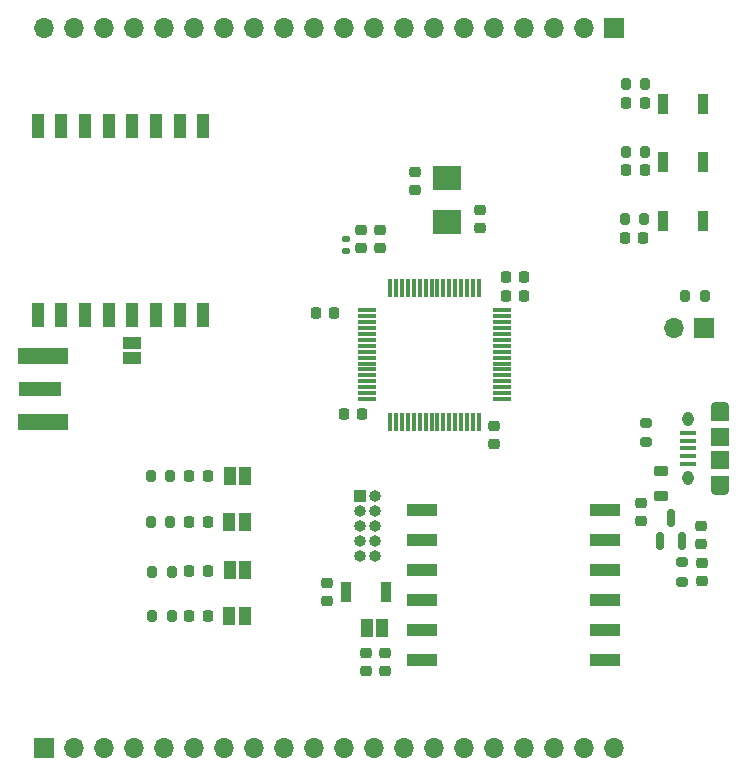
<source format=gbr>
%TF.GenerationSoftware,KiCad,Pcbnew,(6.0.6)*%
%TF.CreationDate,2022-07-05T16:05:39+02:00*%
%TF.ProjectId,kicad_rfm95_breakout_board_V4,6b696361-645f-4726-966d-39355f627265,rev?*%
%TF.SameCoordinates,Original*%
%TF.FileFunction,Soldermask,Top*%
%TF.FilePolarity,Negative*%
%FSLAX46Y46*%
G04 Gerber Fmt 4.6, Leading zero omitted, Abs format (unit mm)*
G04 Created by KiCad (PCBNEW (6.0.6)) date 2022-07-05 16:05:39*
%MOMM*%
%LPD*%
G01*
G04 APERTURE LIST*
G04 Aperture macros list*
%AMRoundRect*
0 Rectangle with rounded corners*
0 $1 Rounding radius*
0 $2 $3 $4 $5 $6 $7 $8 $9 X,Y pos of 4 corners*
0 Add a 4 corners polygon primitive as box body*
4,1,4,$2,$3,$4,$5,$6,$7,$8,$9,$2,$3,0*
0 Add four circle primitives for the rounded corners*
1,1,$1+$1,$2,$3*
1,1,$1+$1,$4,$5*
1,1,$1+$1,$6,$7*
1,1,$1+$1,$8,$9*
0 Add four rect primitives between the rounded corners*
20,1,$1+$1,$2,$3,$4,$5,0*
20,1,$1+$1,$4,$5,$6,$7,0*
20,1,$1+$1,$6,$7,$8,$9,0*
20,1,$1+$1,$8,$9,$2,$3,0*%
G04 Aperture macros list end*
%ADD10R,0.900000X1.700000*%
%ADD11R,1.700000X1.700000*%
%ADD12O,1.700000X1.700000*%
%ADD13RoundRect,0.218750X-0.218750X-0.256250X0.218750X-0.256250X0.218750X0.256250X-0.218750X0.256250X0*%
%ADD14RoundRect,0.200000X0.200000X0.275000X-0.200000X0.275000X-0.200000X-0.275000X0.200000X-0.275000X0*%
%ADD15R,1.000000X1.500000*%
%ADD16RoundRect,0.218750X-0.381250X0.218750X-0.381250X-0.218750X0.381250X-0.218750X0.381250X0.218750X0*%
%ADD17RoundRect,0.200000X-0.200000X-0.275000X0.200000X-0.275000X0.200000X0.275000X-0.200000X0.275000X0*%
%ADD18RoundRect,0.225000X-0.225000X-0.250000X0.225000X-0.250000X0.225000X0.250000X-0.225000X0.250000X0*%
%ADD19R,1.000000X2.000000*%
%ADD20RoundRect,0.147500X0.172500X-0.147500X0.172500X0.147500X-0.172500X0.147500X-0.172500X-0.147500X0*%
%ADD21RoundRect,0.200000X-0.275000X0.200000X-0.275000X-0.200000X0.275000X-0.200000X0.275000X0.200000X0*%
%ADD22RoundRect,0.225000X0.250000X-0.225000X0.250000X0.225000X-0.250000X0.225000X-0.250000X-0.225000X0*%
%ADD23R,2.500000X1.000000*%
%ADD24RoundRect,0.218750X0.256250X-0.218750X0.256250X0.218750X-0.256250X0.218750X-0.256250X-0.218750X0*%
%ADD25RoundRect,0.225000X-0.250000X0.225000X-0.250000X-0.225000X0.250000X-0.225000X0.250000X0.225000X0*%
%ADD26RoundRect,0.150000X0.150000X-0.587500X0.150000X0.587500X-0.150000X0.587500X-0.150000X-0.587500X0*%
%ADD27RoundRect,0.225000X0.225000X0.250000X-0.225000X0.250000X-0.225000X-0.250000X0.225000X-0.250000X0*%
%ADD28R,1.350000X0.400000*%
%ADD29O,1.550000X0.890000*%
%ADD30R,1.550000X1.200000*%
%ADD31O,0.950000X1.250000*%
%ADD32R,1.550000X1.500000*%
%ADD33R,3.600000X1.270000*%
%ADD34R,4.200000X1.350000*%
%ADD35RoundRect,0.075000X-0.075000X0.700000X-0.075000X-0.700000X0.075000X-0.700000X0.075000X0.700000X0*%
%ADD36RoundRect,0.075000X-0.700000X0.075000X-0.700000X-0.075000X0.700000X-0.075000X0.700000X0.075000X0*%
%ADD37R,1.000000X1.000000*%
%ADD38O,1.000000X1.000000*%
%ADD39R,2.400000X2.000000*%
%ADD40R,1.500000X1.000000*%
G04 APERTURE END LIST*
D10*
%TO.C,SW3*%
X138700000Y-75000000D03*
X142100000Y-75000000D03*
%TD*%
D11*
%TO.C,J3*%
X86360000Y-129540000D03*
D12*
X88900000Y-129540000D03*
X91440000Y-129540000D03*
X93980000Y-129540000D03*
X96520000Y-129540000D03*
X99060000Y-129540000D03*
X101600000Y-129540000D03*
X104140000Y-129540000D03*
X106680000Y-129540000D03*
X109220000Y-129540000D03*
X111760000Y-129540000D03*
X114300000Y-129540000D03*
X116840000Y-129540000D03*
X119380000Y-129540000D03*
X121920000Y-129540000D03*
X124460000Y-129540000D03*
X127000000Y-129540000D03*
X129540000Y-129540000D03*
X132080000Y-129540000D03*
X134620000Y-129540000D03*
%TD*%
D13*
%TO.C,D5*%
X98612500Y-118300000D03*
X100187500Y-118300000D03*
%TD*%
D14*
%TO.C,R7*%
X97025000Y-110400000D03*
X95375000Y-110400000D03*
%TD*%
D10*
%TO.C,SW4*%
X115300000Y-116300000D03*
X111900000Y-116300000D03*
%TD*%
D15*
%TO.C,JP2*%
X114950000Y-119300000D03*
X113650000Y-119300000D03*
%TD*%
D16*
%TO.C,FB1*%
X138600000Y-106037500D03*
X138600000Y-108162500D03*
%TD*%
D17*
%TO.C,R4*%
X135575000Y-73300000D03*
X137225000Y-73300000D03*
%TD*%
D18*
%TO.C,C1*%
X125425000Y-89600000D03*
X126975000Y-89600000D03*
%TD*%
D19*
%TO.C,U1*%
X99800000Y-76800000D03*
X97800000Y-76800000D03*
X95800000Y-76800000D03*
X93800000Y-76800000D03*
X91800000Y-76800000D03*
X89800000Y-76800000D03*
X87800000Y-76800000D03*
X85800000Y-76800000D03*
X85800000Y-92800000D03*
X87800000Y-92800000D03*
X89800000Y-92800000D03*
X91800000Y-92800000D03*
X93800000Y-92800000D03*
X95800000Y-92800000D03*
X97800000Y-92800000D03*
X99800000Y-92800000D03*
%TD*%
D20*
%TO.C,L1*%
X111900000Y-87385000D03*
X111900000Y-86415000D03*
%TD*%
D21*
%TO.C,R1*%
X140300000Y-113775000D03*
X140300000Y-115425000D03*
%TD*%
D22*
%TO.C,C16*%
X123200000Y-85475000D03*
X123200000Y-83925000D03*
%TD*%
D23*
%TO.C,U3*%
X118350000Y-109350000D03*
X118350000Y-111890000D03*
X118350000Y-114430000D03*
X118350000Y-116970000D03*
X118350000Y-119510000D03*
X118350000Y-122050000D03*
X133850000Y-122050000D03*
X133850000Y-119510000D03*
X133850000Y-116970000D03*
X133850000Y-114430000D03*
X133850000Y-111890000D03*
X133850000Y-109350000D03*
%TD*%
D24*
%TO.C,D1*%
X142000000Y-115387500D03*
X142000000Y-113812500D03*
%TD*%
D25*
%TO.C,C10*%
X113600000Y-121425000D03*
X113600000Y-122975000D03*
%TD*%
D14*
%TO.C,R6*%
X97125000Y-114600000D03*
X95475000Y-114600000D03*
%TD*%
D26*
%TO.C,U2*%
X138450000Y-111937500D03*
X140350000Y-111937500D03*
X139400000Y-110062500D03*
%TD*%
D22*
%TO.C,C5*%
X114800000Y-87175000D03*
X114800000Y-85625000D03*
%TD*%
D13*
%TO.C,D3*%
X98612500Y-114500000D03*
X100187500Y-114500000D03*
%TD*%
D25*
%TO.C,C11*%
X115200000Y-121425000D03*
X115200000Y-122975000D03*
%TD*%
D27*
%TO.C,C12*%
X137075000Y-86300000D03*
X135525000Y-86300000D03*
%TD*%
%TO.C,C4*%
X113275000Y-101200000D03*
X111725000Y-101200000D03*
%TD*%
D28*
%TO.C,J1*%
X140840000Y-105440000D03*
X140840000Y-104790000D03*
X140840000Y-104140000D03*
X140840000Y-103490000D03*
X140840000Y-102840000D03*
D29*
X143540000Y-100640000D03*
X143540000Y-107640000D03*
D30*
X143540000Y-101240000D03*
D31*
X140840000Y-106640000D03*
D32*
X143540000Y-103140000D03*
D31*
X140840000Y-101640000D03*
D32*
X143540000Y-105140000D03*
D30*
X143540000Y-107040000D03*
%TD*%
D15*
%TO.C,JP3*%
X103350000Y-106500000D03*
X102050000Y-106500000D03*
%TD*%
D17*
%TO.C,R9*%
X140600000Y-91200000D03*
X142250000Y-91200000D03*
%TD*%
D13*
%TO.C,D4*%
X98612500Y-110400000D03*
X100187500Y-110400000D03*
%TD*%
D27*
%TO.C,C13*%
X137175000Y-80600000D03*
X135625000Y-80600000D03*
%TD*%
D11*
%TO.C,J5*%
X142240000Y-93980000D03*
D12*
X139700000Y-93980000D03*
%TD*%
D10*
%TO.C,SW2*%
X138700000Y-79900000D03*
X142100000Y-79900000D03*
%TD*%
D17*
%TO.C,R2*%
X135475000Y-84700000D03*
X137125000Y-84700000D03*
%TD*%
D25*
%TO.C,C7*%
X136900000Y-108725000D03*
X136900000Y-110275000D03*
%TD*%
D15*
%TO.C,JP5*%
X103300000Y-110400000D03*
X102000000Y-110400000D03*
%TD*%
D33*
%TO.C,J2*%
X86000000Y-99100000D03*
D34*
X86200000Y-101925000D03*
X86200000Y-96275000D03*
%TD*%
D27*
%TO.C,C6*%
X110875000Y-92700000D03*
X109325000Y-92700000D03*
%TD*%
D18*
%TO.C,C8*%
X125425000Y-91200000D03*
X126975000Y-91200000D03*
%TD*%
D13*
%TO.C,D2*%
X98612500Y-106500000D03*
X100187500Y-106500000D03*
%TD*%
D15*
%TO.C,JP6*%
X103300000Y-118300000D03*
X102000000Y-118300000D03*
%TD*%
D22*
%TO.C,C17*%
X110300000Y-117075000D03*
X110300000Y-115525000D03*
%TD*%
D11*
%TO.C,J4*%
X134620000Y-68580000D03*
D12*
X132080000Y-68580000D03*
X129540000Y-68580000D03*
X127000000Y-68580000D03*
X124460000Y-68580000D03*
X121920000Y-68580000D03*
X119380000Y-68580000D03*
X116840000Y-68580000D03*
X114300000Y-68580000D03*
X111760000Y-68580000D03*
X109220000Y-68580000D03*
X106680000Y-68580000D03*
X104140000Y-68580000D03*
X101600000Y-68580000D03*
X99060000Y-68580000D03*
X96520000Y-68580000D03*
X93980000Y-68580000D03*
X91440000Y-68580000D03*
X88900000Y-68580000D03*
X86360000Y-68580000D03*
%TD*%
D17*
%TO.C,R3*%
X135575000Y-79000000D03*
X137225000Y-79000000D03*
%TD*%
D27*
%TO.C,C14*%
X137175000Y-74900000D03*
X135625000Y-74900000D03*
%TD*%
D21*
%TO.C,R10*%
X137300000Y-101975000D03*
X137300000Y-103625000D03*
%TD*%
D14*
%TO.C,R8*%
X97125000Y-118300000D03*
X95475000Y-118300000D03*
%TD*%
D22*
%TO.C,C3*%
X113200000Y-87175000D03*
X113200000Y-85625000D03*
%TD*%
D10*
%TO.C,SW1*%
X138700000Y-84900000D03*
X142100000Y-84900000D03*
%TD*%
D35*
%TO.C,U4*%
X123130000Y-90525000D03*
X122630000Y-90525000D03*
X122130000Y-90525000D03*
X121630000Y-90525000D03*
X121130000Y-90525000D03*
X120630000Y-90525000D03*
X120130000Y-90525000D03*
X119630000Y-90525000D03*
X119130000Y-90525000D03*
X118630000Y-90525000D03*
X118130000Y-90525000D03*
X117630000Y-90525000D03*
X117130000Y-90525000D03*
X116630000Y-90525000D03*
X116130000Y-90525000D03*
X115630000Y-90525000D03*
D36*
X113705000Y-92450000D03*
X113705000Y-92950000D03*
X113705000Y-93450000D03*
X113705000Y-93950000D03*
X113705000Y-94450000D03*
X113705000Y-94950000D03*
X113705000Y-95450000D03*
X113705000Y-95950000D03*
X113705000Y-96450000D03*
X113705000Y-96950000D03*
X113705000Y-97450000D03*
X113705000Y-97950000D03*
X113705000Y-98450000D03*
X113705000Y-98950000D03*
X113705000Y-99450000D03*
X113705000Y-99950000D03*
D35*
X115630000Y-101875000D03*
X116130000Y-101875000D03*
X116630000Y-101875000D03*
X117130000Y-101875000D03*
X117630000Y-101875000D03*
X118130000Y-101875000D03*
X118630000Y-101875000D03*
X119130000Y-101875000D03*
X119630000Y-101875000D03*
X120130000Y-101875000D03*
X120630000Y-101875000D03*
X121130000Y-101875000D03*
X121630000Y-101875000D03*
X122130000Y-101875000D03*
X122630000Y-101875000D03*
X123130000Y-101875000D03*
D36*
X125055000Y-99950000D03*
X125055000Y-99450000D03*
X125055000Y-98950000D03*
X125055000Y-98450000D03*
X125055000Y-97950000D03*
X125055000Y-97450000D03*
X125055000Y-96950000D03*
X125055000Y-96450000D03*
X125055000Y-95950000D03*
X125055000Y-95450000D03*
X125055000Y-94950000D03*
X125055000Y-94450000D03*
X125055000Y-93950000D03*
X125055000Y-93450000D03*
X125055000Y-92950000D03*
X125055000Y-92450000D03*
%TD*%
D25*
%TO.C,C2*%
X124400000Y-102225000D03*
X124400000Y-103775000D03*
%TD*%
D15*
%TO.C,JP4*%
X103350000Y-114400000D03*
X102050000Y-114400000D03*
%TD*%
D14*
%TO.C,R5*%
X97025000Y-106500000D03*
X95375000Y-106500000D03*
%TD*%
D37*
%TO.C,J6*%
X113075000Y-108150000D03*
D38*
X114345000Y-108150000D03*
X113075000Y-109420000D03*
X114345000Y-109420000D03*
X113075000Y-110690000D03*
X114345000Y-110690000D03*
X113075000Y-111960000D03*
X114345000Y-111960000D03*
X113075000Y-113230000D03*
X114345000Y-113230000D03*
%TD*%
D39*
%TO.C,Y1*%
X120400000Y-81250000D03*
X120400000Y-84950000D03*
%TD*%
D40*
%TO.C,JP1*%
X93800000Y-96500000D03*
X93800000Y-95200000D03*
%TD*%
D25*
%TO.C,C15*%
X117700000Y-80725000D03*
X117700000Y-82275000D03*
%TD*%
D22*
%TO.C,C9*%
X141975000Y-112250000D03*
X141975000Y-110700000D03*
%TD*%
M02*

</source>
